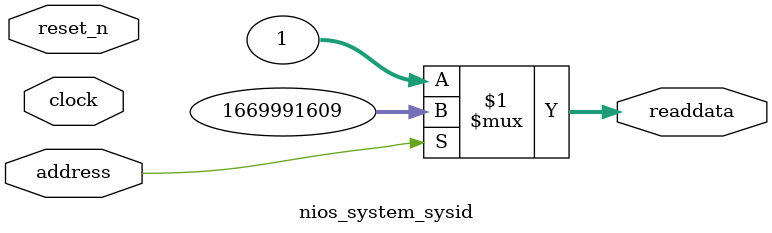
<source format=v>



// synthesis translate_off
`timescale 1ns / 1ps
// synthesis translate_on

// turn off superfluous verilog processor warnings 
// altera message_level Level1 
// altera message_off 10034 10035 10036 10037 10230 10240 10030 

module nios_system_sysid (
               // inputs:
                address,
                clock,
                reset_n,

               // outputs:
                readdata
             )
;

  output  [ 31: 0] readdata;
  input            address;
  input            clock;
  input            reset_n;

  wire    [ 31: 0] readdata;
  //control_slave, which is an e_avalon_slave
  assign readdata = address ? 1669991609 : 1;

endmodule



</source>
